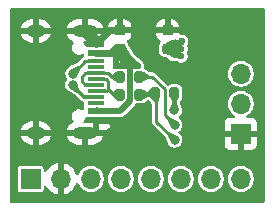
<source format=gbl>
G04 #@! TF.GenerationSoftware,KiCad,Pcbnew,9.0.3*
G04 #@! TF.CreationDate,2025-08-03T15:19:36-04:00*
G04 #@! TF.ProjectId,CH32V003J4M6,43483332-5630-4303-934a-344d362e6b69,rev?*
G04 #@! TF.SameCoordinates,Original*
G04 #@! TF.FileFunction,Copper,L2,Bot*
G04 #@! TF.FilePolarity,Positive*
%FSLAX46Y46*%
G04 Gerber Fmt 4.6, Leading zero omitted, Abs format (unit mm)*
G04 Created by KiCad (PCBNEW 9.0.3) date 2025-08-03 15:19:36*
%MOMM*%
%LPD*%
G01*
G04 APERTURE LIST*
G04 Aperture macros list*
%AMRoundRect*
0 Rectangle with rounded corners*
0 $1 Rounding radius*
0 $2 $3 $4 $5 $6 $7 $8 $9 X,Y pos of 4 corners*
0 Add a 4 corners polygon primitive as box body*
4,1,4,$2,$3,$4,$5,$6,$7,$8,$9,$2,$3,0*
0 Add four circle primitives for the rounded corners*
1,1,$1+$1,$2,$3*
1,1,$1+$1,$4,$5*
1,1,$1+$1,$6,$7*
1,1,$1+$1,$8,$9*
0 Add four rect primitives between the rounded corners*
20,1,$1+$1,$2,$3,$4,$5,0*
20,1,$1+$1,$4,$5,$6,$7,0*
20,1,$1+$1,$6,$7,$8,$9,0*
20,1,$1+$1,$8,$9,$2,$3,0*%
G04 Aperture macros list end*
G04 #@! TA.AperFunction,ComponentPad*
%ADD10R,1.700000X1.700000*%
G04 #@! TD*
G04 #@! TA.AperFunction,ComponentPad*
%ADD11O,1.700000X1.700000*%
G04 #@! TD*
G04 #@! TA.AperFunction,SMDPad,CuDef*
%ADD12RoundRect,0.200000X-0.200000X-0.275000X0.200000X-0.275000X0.200000X0.275000X-0.200000X0.275000X0*%
G04 #@! TD*
G04 #@! TA.AperFunction,SMDPad,CuDef*
%ADD13RoundRect,0.225000X-0.250000X0.225000X-0.250000X-0.225000X0.250000X-0.225000X0.250000X0.225000X0*%
G04 #@! TD*
G04 #@! TA.AperFunction,SMDPad,CuDef*
%ADD14R,1.450000X0.600000*%
G04 #@! TD*
G04 #@! TA.AperFunction,SMDPad,CuDef*
%ADD15R,1.450000X0.300000*%
G04 #@! TD*
G04 #@! TA.AperFunction,ComponentPad*
%ADD16O,1.600000X1.000000*%
G04 #@! TD*
G04 #@! TA.AperFunction,ComponentPad*
%ADD17O,2.100000X1.000000*%
G04 #@! TD*
G04 #@! TA.AperFunction,ViaPad*
%ADD18C,0.600000*%
G04 #@! TD*
G04 #@! TA.AperFunction,ViaPad*
%ADD19C,0.800000*%
G04 #@! TD*
G04 #@! TA.AperFunction,Conductor*
%ADD20C,0.600000*%
G04 #@! TD*
G04 #@! TA.AperFunction,Conductor*
%ADD21C,1.000000*%
G04 #@! TD*
G04 #@! TA.AperFunction,Conductor*
%ADD22C,0.250000*%
G04 #@! TD*
G04 #@! TA.AperFunction,Conductor*
%ADD23C,0.550000*%
G04 #@! TD*
G04 #@! TA.AperFunction,Conductor*
%ADD24C,0.500000*%
G04 #@! TD*
G04 APERTURE END LIST*
D10*
X160528000Y-106665000D03*
D11*
X160528000Y-104125000D03*
X160528000Y-101585000D03*
D10*
X142748000Y-110490000D03*
D11*
X145288000Y-110490000D03*
X147828000Y-110490000D03*
X150368000Y-110490000D03*
X152908000Y-110490000D03*
X155448000Y-110490000D03*
X157988000Y-110490000D03*
X160528000Y-110490000D03*
D12*
X150300000Y-101850000D03*
X151950000Y-101850000D03*
D13*
X150300000Y-97925000D03*
X150300000Y-99475000D03*
D14*
X148265000Y-105539966D03*
X148265000Y-104739966D03*
D15*
X148265000Y-103539966D03*
X148265000Y-102539966D03*
X148265000Y-102039966D03*
X148265000Y-101039966D03*
D14*
X148265000Y-99839966D03*
X148265000Y-99039966D03*
X148265000Y-99039966D03*
X148265000Y-99839966D03*
D15*
X148265000Y-100539966D03*
X148265000Y-101539966D03*
X148265000Y-103039966D03*
X148265000Y-104039966D03*
D14*
X148265000Y-104739966D03*
X148265000Y-105539966D03*
D16*
X143170000Y-106609966D03*
D17*
X147350000Y-106609966D03*
D16*
X143170000Y-97969966D03*
D17*
X147350000Y-97969966D03*
D12*
X150305000Y-103350000D03*
X151955000Y-103350000D03*
X153275000Y-103200000D03*
X154925000Y-103200000D03*
D13*
X154350000Y-97925000D03*
X154350000Y-99475000D03*
D18*
X149606000Y-105664000D03*
D19*
X144554521Y-102109127D03*
X154940000Y-107188000D03*
X154940000Y-105918000D03*
X154900000Y-104700000D03*
X146294640Y-102503437D03*
X146327000Y-101577000D03*
D18*
X155500000Y-99475000D03*
X155550000Y-98850000D03*
X155500000Y-100100000D03*
X150800000Y-100900000D03*
X150002000Y-100948000D03*
X151830429Y-100948000D03*
D20*
X149606000Y-105664000D02*
X149481966Y-105539966D01*
X148265000Y-99039966D02*
X148265000Y-99035000D01*
X149379966Y-97925000D02*
X148265000Y-99039966D01*
X148265000Y-99035000D02*
X148450000Y-98850000D01*
X150300000Y-97925000D02*
X149379966Y-97925000D01*
X149481966Y-105539966D02*
X148265000Y-105539966D01*
D21*
X148230034Y-98850000D02*
X147350000Y-97969966D01*
D22*
X153400000Y-105648000D02*
X153400000Y-103325000D01*
X154940000Y-107188000D02*
X153400000Y-105648000D01*
X153400000Y-103325000D02*
X153375000Y-103350000D01*
X153375000Y-103350000D02*
X151955000Y-103350000D01*
X154100000Y-105078000D02*
X154100000Y-102900000D01*
X154940000Y-105918000D02*
X154100000Y-105078000D01*
X153050000Y-101850000D02*
X151950000Y-101850000D01*
X154100000Y-102900000D02*
X153050000Y-101850000D01*
X154925000Y-104675000D02*
X154900000Y-104700000D01*
X154925000Y-103200000D02*
X154925000Y-104675000D01*
X147227966Y-103539966D02*
X148366518Y-103539966D01*
X146266046Y-102532031D02*
X146266046Y-102578046D01*
X146294640Y-102503437D02*
X146266046Y-102532031D01*
X146266046Y-102578046D02*
X147227966Y-103539966D01*
X147363000Y-101539966D02*
X147066000Y-101836966D01*
X148265000Y-101539966D02*
X147363000Y-101539966D01*
X147066000Y-101836966D02*
X147066000Y-102242966D01*
X150300000Y-101850000D02*
X149600000Y-101850000D01*
X147066000Y-102242966D02*
X147363000Y-102539966D01*
X149600000Y-101850000D02*
X149289966Y-101539966D01*
X147363000Y-102539966D02*
X148265000Y-102539966D01*
X149289966Y-101539966D02*
X148366518Y-101539966D01*
X149167000Y-102039966D02*
X149300000Y-102172966D01*
X149762000Y-103350000D02*
X149606000Y-103194000D01*
X150305000Y-103350000D02*
X149762000Y-103350000D01*
X148265000Y-102039966D02*
X149167000Y-102039966D01*
X149606000Y-103194000D02*
X149594000Y-103194000D01*
X149182034Y-103039966D02*
X148265000Y-103039966D01*
X149300000Y-102172966D02*
X149300000Y-102900000D01*
X149594000Y-103194000D02*
X149300000Y-102900000D01*
X146327000Y-101577000D02*
X147364034Y-100539966D01*
X147364034Y-100539966D02*
X148366518Y-100539966D01*
D23*
X155450000Y-98950000D02*
X155550000Y-98850000D01*
X154350000Y-99475000D02*
X154350000Y-99500000D01*
X154350000Y-99500000D02*
X154850000Y-100000000D01*
X154350000Y-99350000D02*
X154750000Y-98950000D01*
X155500000Y-99475000D02*
X154350000Y-99475000D01*
X154750000Y-98950000D02*
X155450000Y-98950000D01*
X154850000Y-100000000D02*
X155400000Y-100000000D01*
X154350000Y-99475000D02*
X154350000Y-99350000D01*
X155400000Y-100000000D02*
X155500000Y-100100000D01*
D24*
X148415681Y-104739129D02*
X148366518Y-104689966D01*
D23*
X150276871Y-104739129D02*
X148415681Y-104739129D01*
X151657429Y-100775000D02*
X151830429Y-100948000D01*
X151130000Y-103886000D02*
X150276871Y-104739129D01*
X150002000Y-100948000D02*
X151830429Y-100948000D01*
X150000000Y-100946000D02*
X150000000Y-99775000D01*
X150500000Y-100450000D02*
X150500000Y-100046556D01*
X150000000Y-99775000D02*
X150300000Y-99475000D01*
X151130444Y-100305444D02*
X151130444Y-103825556D01*
X150500000Y-100046556D02*
X150300000Y-99846556D01*
X151130444Y-103825556D02*
X151100000Y-103856000D01*
D20*
X149935034Y-99839966D02*
X148265000Y-99839966D01*
D23*
X150002000Y-100948000D02*
X150000000Y-100946000D01*
X151100000Y-103856000D02*
X151130000Y-103886000D01*
X150800000Y-100900000D02*
X150800000Y-100750000D01*
X150300000Y-99475000D02*
X151130444Y-100305444D01*
D20*
X150300000Y-99475000D02*
X149935034Y-99839966D01*
D23*
X151475000Y-100775000D02*
X151657429Y-100775000D01*
X151300000Y-100950000D02*
X151475000Y-100775000D01*
X150002000Y-100948000D02*
X150004000Y-100950000D01*
X151830429Y-100948000D02*
X151773000Y-100948000D01*
X150004000Y-100950000D02*
X151300000Y-100950000D01*
X150800000Y-100750000D02*
X150500000Y-100450000D01*
X151773000Y-100948000D02*
X150300000Y-99475000D01*
X150300000Y-99846556D02*
X150300000Y-99475000D01*
G04 #@! TA.AperFunction,Conductor*
G36*
X146804599Y-100934098D02*
G01*
X146969901Y-101099400D01*
X146973328Y-101107673D01*
X146972276Y-101112522D01*
X146665277Y-101786733D01*
X146658730Y-101792842D01*
X146649780Y-101792532D01*
X146648153Y-101791628D01*
X146328256Y-101579011D01*
X146324988Y-101575743D01*
X146112371Y-101255846D01*
X146110645Y-101247059D01*
X146115639Y-101239626D01*
X146117256Y-101238727D01*
X146791478Y-100931722D01*
X146800427Y-100931413D01*
X146804599Y-100934098D01*
G37*
G04 #@! TD.AperFunction*
G04 #@! TA.AperFunction,Conductor*
G36*
X153283628Y-103206931D02*
G01*
X153284124Y-103207360D01*
X153424909Y-103336349D01*
X153654599Y-103546794D01*
X153658384Y-103554909D01*
X153658025Y-103558337D01*
X153527261Y-104066217D01*
X153521880Y-104073375D01*
X153515931Y-104075000D01*
X153280876Y-104075000D01*
X153272603Y-104071573D01*
X153271491Y-104070287D01*
X153268461Y-104066217D01*
X152939031Y-103623744D01*
X152936840Y-103615064D01*
X152939360Y-103609353D01*
X153267165Y-103208577D01*
X153275054Y-103204345D01*
X153283628Y-103206931D01*
G37*
G04 #@! TD.AperFunction*
G04 #@! TA.AperFunction,Conductor*
G36*
X154475520Y-106542722D02*
G01*
X155149733Y-106849722D01*
X155155842Y-106856269D01*
X155155532Y-106865219D01*
X155154628Y-106866846D01*
X154942011Y-107186743D01*
X154938743Y-107190011D01*
X154618846Y-107402628D01*
X154610059Y-107404354D01*
X154602626Y-107399360D01*
X154601722Y-107397733D01*
X154294723Y-106723522D01*
X154294413Y-106714572D01*
X154297096Y-106710402D01*
X154462401Y-106545097D01*
X154470673Y-106541671D01*
X154475520Y-106542722D01*
G37*
G04 #@! TD.AperFunction*
G04 #@! TA.AperFunction,Conductor*
G36*
X152310773Y-101455149D02*
G01*
X152314390Y-101457371D01*
X152744426Y-101721575D01*
X152749680Y-101728825D01*
X152750000Y-101731543D01*
X152750000Y-101968456D01*
X152746573Y-101976729D01*
X152744425Y-101978425D01*
X152310773Y-102244850D01*
X152301930Y-102246261D01*
X152295880Y-102242628D01*
X151955844Y-101857747D01*
X151952934Y-101849278D01*
X151955844Y-101842253D01*
X152295881Y-101457370D01*
X152303926Y-101453440D01*
X152310773Y-101455149D01*
G37*
G04 #@! TD.AperFunction*
G04 #@! TA.AperFunction,Conductor*
G36*
X150034495Y-102900254D02*
G01*
X150034685Y-102900559D01*
X150300500Y-103342060D01*
X150301832Y-103350915D01*
X150297917Y-103357125D01*
X149922684Y-103666309D01*
X149914120Y-103668925D01*
X149907037Y-103665618D01*
X149593556Y-103357125D01*
X149526016Y-103290659D01*
X149522524Y-103282416D01*
X149525884Y-103274116D01*
X149693510Y-103106490D01*
X149695433Y-103104938D01*
X150018324Y-102896760D01*
X150027132Y-102895158D01*
X150034495Y-102900254D01*
G37*
G04 #@! TD.AperFunction*
G04 #@! TA.AperFunction,Conductor*
G36*
X154830529Y-99261519D02*
G01*
X155127194Y-99722106D01*
X155129058Y-99728442D01*
X155129058Y-100258013D01*
X155125631Y-100266286D01*
X155117358Y-100269713D01*
X155113187Y-100268944D01*
X154221881Y-99928895D01*
X154215373Y-99922745D01*
X154214861Y-99914549D01*
X154271656Y-99728442D01*
X154347479Y-99479982D01*
X154353171Y-99473071D01*
X154353703Y-99472805D01*
X154677265Y-99321856D01*
X154815747Y-99257252D01*
X154824693Y-99256860D01*
X154830529Y-99261519D01*
G37*
G04 #@! TD.AperFunction*
G04 #@! TA.AperFunction,Conductor*
G36*
X150775239Y-99317139D02*
G01*
X150779923Y-99321349D01*
X151166993Y-99930287D01*
X151201733Y-99984939D01*
X151203279Y-99993759D01*
X151200132Y-99999488D01*
X150824551Y-100375069D01*
X150816278Y-100378496D01*
X150809911Y-100376612D01*
X150121756Y-99930287D01*
X150116680Y-99922910D01*
X150117304Y-99916017D01*
X150297265Y-99479214D01*
X150303584Y-99472872D01*
X150304316Y-99472596D01*
X150766307Y-99316540D01*
X150775239Y-99317139D01*
G37*
G04 #@! TD.AperFunction*
G04 #@! TA.AperFunction,Conductor*
G36*
X155049887Y-103911113D02*
G01*
X155052694Y-103915627D01*
X155288039Y-104609362D01*
X155287451Y-104618298D01*
X155280718Y-104624201D01*
X155279270Y-104624591D01*
X154902311Y-104700534D01*
X154897689Y-104700534D01*
X154521566Y-104624760D01*
X154514133Y-104619766D01*
X154512407Y-104610979D01*
X154513049Y-104608859D01*
X154797025Y-103914955D01*
X154803330Y-103908596D01*
X154807853Y-103907686D01*
X155041614Y-103907686D01*
X155049887Y-103911113D01*
G37*
G04 #@! TD.AperFunction*
G04 #@! TA.AperFunction,Conductor*
G36*
X146685694Y-102429141D02*
G01*
X146690250Y-102435086D01*
X146889331Y-103020007D01*
X146888753Y-103028943D01*
X146886528Y-103032050D01*
X146721224Y-103197354D01*
X146712951Y-103200781D01*
X146707140Y-103199236D01*
X146083269Y-102842237D01*
X146077790Y-102835154D01*
X146078925Y-102826271D01*
X146079324Y-102825624D01*
X146291234Y-102506790D01*
X146298662Y-102501799D01*
X146676915Y-102427376D01*
X146685694Y-102429141D01*
G37*
G04 #@! TD.AperFunction*
G04 #@! TA.AperFunction,Conductor*
G36*
X149130224Y-102913336D02*
G01*
X149137821Y-102918077D01*
X149140000Y-102924877D01*
X149140000Y-103155054D01*
X149136573Y-103163327D01*
X149130223Y-103166595D01*
X148992152Y-103189607D01*
X148987862Y-103189524D01*
X148560082Y-103101140D01*
X148319455Y-103051423D01*
X148312047Y-103046394D01*
X148310365Y-103037599D01*
X148315395Y-103030190D01*
X148319455Y-103028508D01*
X148987865Y-102890406D01*
X148992148Y-102890324D01*
X149130224Y-102913336D01*
G37*
G04 #@! TD.AperFunction*
G04 #@! TA.AperFunction,Conductor*
G36*
X155069236Y-98681539D02*
G01*
X155075496Y-98687942D01*
X155076337Y-98692297D01*
X155076337Y-99222018D01*
X155074912Y-99227615D01*
X154830161Y-99676923D01*
X154823194Y-99682549D01*
X154815137Y-99682019D01*
X154353776Y-99477121D01*
X154347606Y-99470631D01*
X154347392Y-99470026D01*
X154206915Y-99035389D01*
X154207631Y-99026465D01*
X154213690Y-99020936D01*
X155060282Y-98681438D01*
X155069236Y-98681539D01*
G37*
G04 #@! TD.AperFunction*
G04 #@! TA.AperFunction,Conductor*
G36*
X152315773Y-102955149D02*
G01*
X152319390Y-102957371D01*
X152749426Y-103221575D01*
X152754680Y-103228825D01*
X152755000Y-103231543D01*
X152755000Y-103468456D01*
X152751573Y-103476729D01*
X152749425Y-103478425D01*
X152315773Y-103744850D01*
X152306930Y-103746261D01*
X152300880Y-103742628D01*
X151960844Y-103357747D01*
X151957934Y-103349278D01*
X151960844Y-103342253D01*
X152300881Y-102957370D01*
X152308926Y-102953440D01*
X152315773Y-102955149D01*
G37*
G04 #@! TD.AperFunction*
G04 #@! TA.AperFunction,Conductor*
G36*
X154932902Y-103206240D02*
G01*
X155195197Y-103446558D01*
X155303287Y-103545592D01*
X155307072Y-103553708D01*
X155305863Y-103559420D01*
X155053225Y-104068501D01*
X155046478Y-104074388D01*
X155042745Y-104075000D01*
X154807255Y-104075000D01*
X154798982Y-104071573D01*
X154796775Y-104068501D01*
X154544136Y-103559420D01*
X154543528Y-103550486D01*
X154546711Y-103545593D01*
X154917097Y-103206240D01*
X154925511Y-103203179D01*
X154932902Y-103206240D01*
G37*
G04 #@! TD.AperFunction*
G04 #@! TA.AperFunction,Conductor*
G36*
X147542134Y-100390406D02*
G01*
X148144643Y-100514892D01*
X148210543Y-100528508D01*
X148217952Y-100533538D01*
X148219634Y-100542333D01*
X148214604Y-100549742D01*
X148210543Y-100551424D01*
X147542137Y-100689524D01*
X147537847Y-100689607D01*
X147399777Y-100666595D01*
X147392179Y-100661854D01*
X147390000Y-100655054D01*
X147390000Y-100424877D01*
X147393427Y-100416604D01*
X147399775Y-100413336D01*
X147537851Y-100390324D01*
X147542134Y-100390406D01*
G37*
G04 #@! TD.AperFunction*
G04 #@! TA.AperFunction,Conductor*
G36*
X150306070Y-99474691D02*
G01*
X150764625Y-99526960D01*
X150772457Y-99531302D01*
X150775000Y-99538585D01*
X150775000Y-100312950D01*
X150771573Y-100321223D01*
X150763300Y-100324650D01*
X150231272Y-100324650D01*
X150222999Y-100321223D01*
X150221528Y-100319427D01*
X149940201Y-99896191D01*
X149938475Y-99887404D01*
X149941158Y-99881991D01*
X150295963Y-99478589D01*
X150303999Y-99474641D01*
X150306070Y-99474691D01*
G37*
G04 #@! TD.AperFunction*
G04 #@! TA.AperFunction,Conductor*
G36*
X147542134Y-101390406D02*
G01*
X148144643Y-101514892D01*
X148210543Y-101528508D01*
X148217952Y-101533538D01*
X148219634Y-101542333D01*
X148214604Y-101549742D01*
X148210543Y-101551424D01*
X147542137Y-101689524D01*
X147537847Y-101689607D01*
X147399777Y-101666595D01*
X147392179Y-101661854D01*
X147390000Y-101655054D01*
X147390000Y-101424877D01*
X147393427Y-101416604D01*
X147399775Y-101413336D01*
X147537851Y-101390324D01*
X147542134Y-101390406D01*
G37*
G04 #@! TD.AperFunction*
G04 #@! TA.AperFunction,Conductor*
G36*
X147542134Y-102390406D02*
G01*
X148144643Y-102514892D01*
X148210543Y-102528508D01*
X148217952Y-102533538D01*
X148219634Y-102542333D01*
X148214604Y-102549742D01*
X148210543Y-102551424D01*
X147542137Y-102689524D01*
X147537847Y-102689607D01*
X147399777Y-102666595D01*
X147392179Y-102661854D01*
X147390000Y-102655054D01*
X147390000Y-102424877D01*
X147393427Y-102416604D01*
X147399775Y-102413336D01*
X147537851Y-102390324D01*
X147542134Y-102390406D01*
G37*
G04 #@! TD.AperFunction*
G04 #@! TA.AperFunction,Conductor*
G36*
X150775239Y-99317139D02*
G01*
X150779923Y-99321349D01*
X151166993Y-99930287D01*
X151201733Y-99984939D01*
X151203279Y-99993759D01*
X151200132Y-99999488D01*
X150824551Y-100375069D01*
X150816278Y-100378496D01*
X150809911Y-100376612D01*
X150121756Y-99930287D01*
X150116680Y-99922910D01*
X150117304Y-99916017D01*
X150297265Y-99479214D01*
X150303584Y-99472872D01*
X150304316Y-99472596D01*
X150766307Y-99316540D01*
X150775239Y-99317139D01*
G37*
G04 #@! TD.AperFunction*
G04 #@! TA.AperFunction,Conductor*
G36*
X154475520Y-105272722D02*
G01*
X155149733Y-105579722D01*
X155155842Y-105586269D01*
X155155532Y-105595219D01*
X155154628Y-105596846D01*
X154942011Y-105916743D01*
X154938743Y-105920011D01*
X154618846Y-106132628D01*
X154610059Y-106134354D01*
X154602626Y-106129360D01*
X154601722Y-106127733D01*
X154294723Y-105453522D01*
X154294413Y-105444572D01*
X154297096Y-105440402D01*
X154462401Y-105275097D01*
X154470673Y-105271671D01*
X154475520Y-105272722D01*
G37*
G04 #@! TD.AperFunction*
G04 #@! TA.AperFunction,Conductor*
G36*
X149965704Y-101442267D02*
G01*
X150293913Y-101842424D01*
X150296510Y-101850994D01*
X150293055Y-101858202D01*
X149933085Y-102210833D01*
X149924777Y-102214174D01*
X149918051Y-102211963D01*
X149916485Y-102210833D01*
X149452045Y-101875718D01*
X149447342Y-101868099D01*
X149449404Y-101859385D01*
X149450613Y-101857964D01*
X149617108Y-101691469D01*
X149618317Y-101690417D01*
X149949610Y-101440348D01*
X149958277Y-101438100D01*
X149965704Y-101442267D01*
G37*
G04 #@! TD.AperFunction*
G04 #@! TA.AperFunction,Conductor*
G36*
X154693597Y-99044135D02*
G01*
X155266331Y-99197676D01*
X155273433Y-99203127D01*
X155275000Y-99208976D01*
X155275000Y-99741023D01*
X155271573Y-99749296D01*
X155266330Y-99752324D01*
X154693598Y-99905863D01*
X154684719Y-99904695D01*
X154681337Y-99901751D01*
X154508259Y-99679504D01*
X154354597Y-99482188D01*
X154352218Y-99473556D01*
X154354597Y-99467812D01*
X154681337Y-99048247D01*
X154689124Y-99043826D01*
X154693597Y-99044135D01*
G37*
G04 #@! TD.AperFunction*
G04 #@! TA.AperFunction,Conductor*
G36*
X149130224Y-101913336D02*
G01*
X149137821Y-101918077D01*
X149140000Y-101924877D01*
X149140000Y-102155054D01*
X149136573Y-102163327D01*
X149130223Y-102166595D01*
X148992152Y-102189607D01*
X148987862Y-102189524D01*
X148560082Y-102101140D01*
X148319455Y-102051423D01*
X148312047Y-102046394D01*
X148310365Y-102037599D01*
X148315395Y-102030190D01*
X148319455Y-102028508D01*
X148987865Y-101890406D01*
X148992148Y-101890324D01*
X149130224Y-101913336D01*
G37*
G04 #@! TD.AperFunction*
G04 #@! TA.AperFunction,Conductor*
G36*
X152894427Y-102872530D02*
G01*
X153268469Y-103193537D01*
X153272515Y-103201526D01*
X153270852Y-103208485D01*
X153002398Y-103650987D01*
X152995177Y-103656282D01*
X152988506Y-103655953D01*
X152482811Y-103477752D01*
X152476148Y-103471770D01*
X152475000Y-103466717D01*
X152475000Y-103230321D01*
X152478427Y-103222048D01*
X152479010Y-103221503D01*
X152503668Y-103200000D01*
X152879120Y-102872589D01*
X152887605Y-102869736D01*
X152894427Y-102872530D01*
G37*
G04 #@! TD.AperFunction*
G04 #@! TA.AperFunction,Conductor*
G36*
X150302436Y-99477424D02*
G01*
X150303515Y-99478664D01*
X150622830Y-99902299D01*
X150625073Y-99910968D01*
X150622734Y-99916510D01*
X150413117Y-100186895D01*
X150284071Y-100353354D01*
X150278513Y-100360523D01*
X150270736Y-100364961D01*
X150269266Y-100365054D01*
X149738087Y-100365054D01*
X149729814Y-100361627D01*
X149726387Y-100353354D01*
X149726460Y-100352048D01*
X149776163Y-99909442D01*
X149823834Y-99484916D01*
X149828163Y-99477078D01*
X149835447Y-99474523D01*
X150294160Y-99474006D01*
X150302436Y-99477424D01*
G37*
G04 #@! TD.AperFunction*
G04 #@! TA.AperFunction,Conductor*
G36*
X147542134Y-103390406D02*
G01*
X148144643Y-103514892D01*
X148210543Y-103528508D01*
X148217952Y-103533538D01*
X148219634Y-103542333D01*
X148214604Y-103549742D01*
X148210543Y-103551424D01*
X147542137Y-103689524D01*
X147537847Y-103689607D01*
X147399777Y-103666595D01*
X147392179Y-103661854D01*
X147390000Y-103655054D01*
X147390000Y-103424877D01*
X147393427Y-103416604D01*
X147399775Y-103413336D01*
X147537851Y-103390324D01*
X147542134Y-103390406D01*
G37*
G04 #@! TD.AperFunction*
G04 #@! TA.AperFunction,Conductor*
G36*
X149130224Y-101413336D02*
G01*
X149137821Y-101418077D01*
X149140000Y-101424877D01*
X149140000Y-101655054D01*
X149136573Y-101663327D01*
X149130223Y-101666595D01*
X148992152Y-101689607D01*
X148987862Y-101689524D01*
X148560082Y-101601140D01*
X148319455Y-101551423D01*
X148312047Y-101546394D01*
X148310365Y-101537599D01*
X148315395Y-101530190D01*
X148319455Y-101528508D01*
X148987865Y-101390406D01*
X148992148Y-101390324D01*
X149130224Y-101413336D01*
G37*
G04 #@! TD.AperFunction*
G04 #@! TA.AperFunction,Conductor*
G36*
X149846221Y-99185202D02*
G01*
X150296797Y-99472322D01*
X150301932Y-99479658D01*
X150301980Y-99479887D01*
X150389036Y-99913773D01*
X150387304Y-99922559D01*
X150380114Y-99927494D01*
X149442366Y-100136785D01*
X149433545Y-100135243D01*
X149428398Y-100127915D01*
X149428117Y-100125366D01*
X149428117Y-99545274D01*
X149431544Y-99537001D01*
X149432111Y-99536470D01*
X149832228Y-99186264D01*
X149840710Y-99183395D01*
X149846221Y-99185202D01*
G37*
G04 #@! TD.AperFunction*
G04 #@! TA.AperFunction,Conductor*
G36*
X148208039Y-98809651D02*
G01*
X148253794Y-98862455D01*
X148265000Y-98913966D01*
X148265000Y-99039966D01*
X148391000Y-99039966D01*
X148399685Y-99042516D01*
X148408647Y-99041228D01*
X148432687Y-99052206D01*
X148458039Y-99059651D01*
X148463966Y-99066491D01*
X148472203Y-99070253D01*
X148486492Y-99092487D01*
X148503794Y-99112455D01*
X148506081Y-99122969D01*
X148509977Y-99129031D01*
X148515000Y-99163966D01*
X148515000Y-99165466D01*
X148495315Y-99232505D01*
X148442511Y-99278260D01*
X148391000Y-99289466D01*
X147514336Y-99289466D01*
X147504158Y-99289966D01*
X147481476Y-99289966D01*
X147414437Y-99270281D01*
X147368682Y-99217477D01*
X147361703Y-99198066D01*
X147356281Y-99177831D01*
X147280515Y-99046601D01*
X147235561Y-99001647D01*
X147202076Y-98940324D01*
X147207060Y-98870632D01*
X147248932Y-98814699D01*
X147314396Y-98790282D01*
X147323242Y-98789966D01*
X148141000Y-98789966D01*
X148208039Y-98809651D01*
G37*
G04 #@! TD.AperFunction*
G04 #@! TA.AperFunction,Conductor*
G36*
X162492539Y-96042185D02*
G01*
X162538294Y-96094989D01*
X162549500Y-96146500D01*
X162549500Y-112387500D01*
X162529815Y-112454539D01*
X162477011Y-112500294D01*
X162425500Y-112511500D01*
X141104500Y-112511500D01*
X141037461Y-112491815D01*
X140991706Y-112439011D01*
X140980500Y-112387500D01*
X140980500Y-109615321D01*
X141647500Y-109615321D01*
X141647500Y-111364678D01*
X141662032Y-111437735D01*
X141662033Y-111437739D01*
X141662034Y-111437740D01*
X141717399Y-111520601D01*
X141800260Y-111575966D01*
X141800264Y-111575967D01*
X141873321Y-111590499D01*
X141873324Y-111590500D01*
X141873326Y-111590500D01*
X143622676Y-111590500D01*
X143622677Y-111590499D01*
X143695740Y-111575966D01*
X143778601Y-111520601D01*
X143833966Y-111437740D01*
X143848500Y-111364674D01*
X143848500Y-111154949D01*
X143868185Y-111087910D01*
X143920989Y-111042155D01*
X143990147Y-111032211D01*
X144053703Y-111061236D01*
X144082985Y-111098654D01*
X144133379Y-111197557D01*
X144258272Y-111369459D01*
X144258276Y-111369464D01*
X144408535Y-111519723D01*
X144408540Y-111519727D01*
X144580442Y-111644620D01*
X144769782Y-111741095D01*
X144971871Y-111806757D01*
X145038000Y-111817231D01*
X145038000Y-110923012D01*
X145095007Y-110955925D01*
X145222174Y-110990000D01*
X145353826Y-110990000D01*
X145480993Y-110955925D01*
X145538000Y-110923012D01*
X145538000Y-111817230D01*
X145604126Y-111806757D01*
X145604129Y-111806757D01*
X145806217Y-111741095D01*
X145995557Y-111644620D01*
X146167459Y-111519727D01*
X146167464Y-111519723D01*
X146317723Y-111369464D01*
X146317727Y-111369459D01*
X146442620Y-111197557D01*
X146539096Y-111008215D01*
X146571239Y-110909288D01*
X146610676Y-110851612D01*
X146675034Y-110824413D01*
X146743880Y-110836327D01*
X146795357Y-110883571D01*
X146807100Y-110909284D01*
X146808127Y-110912446D01*
X146808128Y-110912447D01*
X146886768Y-111066788D01*
X146988586Y-111206928D01*
X147111072Y-111329414D01*
X147251212Y-111431232D01*
X147405555Y-111509873D01*
X147570299Y-111563402D01*
X147741389Y-111590500D01*
X147741390Y-111590500D01*
X147914610Y-111590500D01*
X147914611Y-111590500D01*
X148085701Y-111563402D01*
X148250445Y-111509873D01*
X148404788Y-111431232D01*
X148544928Y-111329414D01*
X148667414Y-111206928D01*
X148769232Y-111066788D01*
X148847873Y-110912445D01*
X148901402Y-110747701D01*
X148928500Y-110576611D01*
X148928500Y-110403389D01*
X149267500Y-110403389D01*
X149267500Y-110576611D01*
X149294598Y-110747701D01*
X149348127Y-110912445D01*
X149426768Y-111066788D01*
X149528586Y-111206928D01*
X149651072Y-111329414D01*
X149791212Y-111431232D01*
X149945555Y-111509873D01*
X150110299Y-111563402D01*
X150281389Y-111590500D01*
X150281390Y-111590500D01*
X150454610Y-111590500D01*
X150454611Y-111590500D01*
X150625701Y-111563402D01*
X150790445Y-111509873D01*
X150944788Y-111431232D01*
X151084928Y-111329414D01*
X151207414Y-111206928D01*
X151309232Y-111066788D01*
X151387873Y-110912445D01*
X151441402Y-110747701D01*
X151468500Y-110576611D01*
X151468500Y-110403389D01*
X151807500Y-110403389D01*
X151807500Y-110576611D01*
X151834598Y-110747701D01*
X151888127Y-110912445D01*
X151966768Y-111066788D01*
X152068586Y-111206928D01*
X152191072Y-111329414D01*
X152331212Y-111431232D01*
X152485555Y-111509873D01*
X152650299Y-111563402D01*
X152821389Y-111590500D01*
X152821390Y-111590500D01*
X152994610Y-111590500D01*
X152994611Y-111590500D01*
X153165701Y-111563402D01*
X153330445Y-111509873D01*
X153484788Y-111431232D01*
X153624928Y-111329414D01*
X153747414Y-111206928D01*
X153849232Y-111066788D01*
X153927873Y-110912445D01*
X153981402Y-110747701D01*
X154008500Y-110576611D01*
X154008500Y-110403389D01*
X154347500Y-110403389D01*
X154347500Y-110576611D01*
X154374598Y-110747701D01*
X154428127Y-110912445D01*
X154506768Y-111066788D01*
X154608586Y-111206928D01*
X154731072Y-111329414D01*
X154871212Y-111431232D01*
X155025555Y-111509873D01*
X155190299Y-111563402D01*
X155361389Y-111590500D01*
X155361390Y-111590500D01*
X155534610Y-111590500D01*
X155534611Y-111590500D01*
X155705701Y-111563402D01*
X155870445Y-111509873D01*
X156024788Y-111431232D01*
X156164928Y-111329414D01*
X156287414Y-111206928D01*
X156389232Y-111066788D01*
X156467873Y-110912445D01*
X156521402Y-110747701D01*
X156548500Y-110576611D01*
X156548500Y-110403389D01*
X156887500Y-110403389D01*
X156887500Y-110576611D01*
X156914598Y-110747701D01*
X156968127Y-110912445D01*
X157046768Y-111066788D01*
X157148586Y-111206928D01*
X157271072Y-111329414D01*
X157411212Y-111431232D01*
X157565555Y-111509873D01*
X157730299Y-111563402D01*
X157901389Y-111590500D01*
X157901390Y-111590500D01*
X158074610Y-111590500D01*
X158074611Y-111590500D01*
X158245701Y-111563402D01*
X158410445Y-111509873D01*
X158564788Y-111431232D01*
X158704928Y-111329414D01*
X158827414Y-111206928D01*
X158929232Y-111066788D01*
X159007873Y-110912445D01*
X159061402Y-110747701D01*
X159088500Y-110576611D01*
X159088500Y-110403389D01*
X159427500Y-110403389D01*
X159427500Y-110576611D01*
X159454598Y-110747701D01*
X159508127Y-110912445D01*
X159586768Y-111066788D01*
X159688586Y-111206928D01*
X159811072Y-111329414D01*
X159951212Y-111431232D01*
X160105555Y-111509873D01*
X160270299Y-111563402D01*
X160441389Y-111590500D01*
X160441390Y-111590500D01*
X160614610Y-111590500D01*
X160614611Y-111590500D01*
X160785701Y-111563402D01*
X160950445Y-111509873D01*
X161104788Y-111431232D01*
X161244928Y-111329414D01*
X161367414Y-111206928D01*
X161469232Y-111066788D01*
X161547873Y-110912445D01*
X161601402Y-110747701D01*
X161628500Y-110576611D01*
X161628500Y-110403389D01*
X161601402Y-110232299D01*
X161547873Y-110067555D01*
X161469232Y-109913212D01*
X161367414Y-109773072D01*
X161244928Y-109650586D01*
X161104788Y-109548768D01*
X160950445Y-109470127D01*
X160785701Y-109416598D01*
X160785699Y-109416597D01*
X160785698Y-109416597D01*
X160654271Y-109395781D01*
X160614611Y-109389500D01*
X160441389Y-109389500D01*
X160401728Y-109395781D01*
X160270302Y-109416597D01*
X160105552Y-109470128D01*
X159951211Y-109548768D01*
X159871256Y-109606859D01*
X159811072Y-109650586D01*
X159811070Y-109650588D01*
X159811069Y-109650588D01*
X159688588Y-109773069D01*
X159688588Y-109773070D01*
X159688586Y-109773072D01*
X159650822Y-109825050D01*
X159586768Y-109913211D01*
X159508128Y-110067552D01*
X159454597Y-110232302D01*
X159444349Y-110297007D01*
X159427500Y-110403389D01*
X159088500Y-110403389D01*
X159061402Y-110232299D01*
X159007873Y-110067555D01*
X158929232Y-109913212D01*
X158827414Y-109773072D01*
X158704928Y-109650586D01*
X158564788Y-109548768D01*
X158410445Y-109470127D01*
X158245701Y-109416598D01*
X158245699Y-109416597D01*
X158245698Y-109416597D01*
X158114271Y-109395781D01*
X158074611Y-109389500D01*
X157901389Y-109389500D01*
X157861728Y-109395781D01*
X157730302Y-109416597D01*
X157565552Y-109470128D01*
X157411211Y-109548768D01*
X157331256Y-109606859D01*
X157271072Y-109650586D01*
X157271070Y-109650588D01*
X157271069Y-109650588D01*
X157148588Y-109773069D01*
X157148588Y-109773070D01*
X157148586Y-109773072D01*
X157110822Y-109825050D01*
X157046768Y-109913211D01*
X156968128Y-110067552D01*
X156914597Y-110232302D01*
X156904349Y-110297007D01*
X156887500Y-110403389D01*
X156548500Y-110403389D01*
X156521402Y-110232299D01*
X156467873Y-110067555D01*
X156389232Y-109913212D01*
X156287414Y-109773072D01*
X156164928Y-109650586D01*
X156024788Y-109548768D01*
X155870445Y-109470127D01*
X155705701Y-109416598D01*
X155705699Y-109416597D01*
X155705698Y-109416597D01*
X155574271Y-109395781D01*
X155534611Y-109389500D01*
X155361389Y-109389500D01*
X155321728Y-109395781D01*
X155190302Y-109416597D01*
X155025552Y-109470128D01*
X154871211Y-109548768D01*
X154791256Y-109606859D01*
X154731072Y-109650586D01*
X154731070Y-109650588D01*
X154731069Y-109650588D01*
X154608588Y-109773069D01*
X154608588Y-109773070D01*
X154608586Y-109773072D01*
X154570822Y-109825050D01*
X154506768Y-109913211D01*
X154428128Y-110067552D01*
X154374597Y-110232302D01*
X154364349Y-110297007D01*
X154347500Y-110403389D01*
X154008500Y-110403389D01*
X153981402Y-110232299D01*
X153927873Y-110067555D01*
X153849232Y-109913212D01*
X153747414Y-109773072D01*
X153624928Y-109650586D01*
X153484788Y-109548768D01*
X153330445Y-109470127D01*
X153165701Y-109416598D01*
X153165699Y-109416597D01*
X153165698Y-109416597D01*
X153034271Y-109395781D01*
X152994611Y-109389500D01*
X152821389Y-109389500D01*
X152781728Y-109395781D01*
X152650302Y-109416597D01*
X152485552Y-109470128D01*
X152331211Y-109548768D01*
X152251256Y-109606859D01*
X152191072Y-109650586D01*
X152191070Y-109650588D01*
X152191069Y-109650588D01*
X152068588Y-109773069D01*
X152068588Y-109773070D01*
X152068586Y-109773072D01*
X152030822Y-109825050D01*
X151966768Y-109913211D01*
X151888128Y-110067552D01*
X151834597Y-110232302D01*
X151824349Y-110297007D01*
X151807500Y-110403389D01*
X151468500Y-110403389D01*
X151441402Y-110232299D01*
X151387873Y-110067555D01*
X151309232Y-109913212D01*
X151207414Y-109773072D01*
X151084928Y-109650586D01*
X150944788Y-109548768D01*
X150790445Y-109470127D01*
X150625701Y-109416598D01*
X150625699Y-109416597D01*
X150625698Y-109416597D01*
X150494271Y-109395781D01*
X150454611Y-109389500D01*
X150281389Y-109389500D01*
X150241728Y-109395781D01*
X150110302Y-109416597D01*
X149945552Y-109470128D01*
X149791211Y-109548768D01*
X149711256Y-109606859D01*
X149651072Y-109650586D01*
X149651070Y-109650588D01*
X149651069Y-109650588D01*
X149528588Y-109773069D01*
X149528588Y-109773070D01*
X149528586Y-109773072D01*
X149490822Y-109825050D01*
X149426768Y-109913211D01*
X149348128Y-110067552D01*
X149294597Y-110232302D01*
X149284349Y-110297007D01*
X149267500Y-110403389D01*
X148928500Y-110403389D01*
X148901402Y-110232299D01*
X148847873Y-110067555D01*
X148769232Y-109913212D01*
X148667414Y-109773072D01*
X148544928Y-109650586D01*
X148404788Y-109548768D01*
X148250445Y-109470127D01*
X148085701Y-109416598D01*
X148085699Y-109416597D01*
X148085698Y-109416597D01*
X147954271Y-109395781D01*
X147914611Y-109389500D01*
X147741389Y-109389500D01*
X147701728Y-109395781D01*
X147570302Y-109416597D01*
X147405552Y-109470128D01*
X147251211Y-109548768D01*
X147171256Y-109606859D01*
X147111072Y-109650586D01*
X147111070Y-109650588D01*
X147111069Y-109650588D01*
X146988588Y-109773069D01*
X146988588Y-109773070D01*
X146988586Y-109773072D01*
X146950822Y-109825050D01*
X146886768Y-109913211D01*
X146808128Y-110067550D01*
X146807099Y-110070720D01*
X146806381Y-110071769D01*
X146806266Y-110072048D01*
X146806207Y-110072023D01*
X146767657Y-110128393D01*
X146703297Y-110155587D01*
X146634451Y-110143668D01*
X146582979Y-110096420D01*
X146571239Y-110070711D01*
X146539096Y-109971784D01*
X146442620Y-109782442D01*
X146317727Y-109610540D01*
X146317723Y-109610535D01*
X146167464Y-109460276D01*
X146167459Y-109460272D01*
X145995557Y-109335379D01*
X145806215Y-109238903D01*
X145604124Y-109173241D01*
X145538000Y-109162768D01*
X145538000Y-110056988D01*
X145480993Y-110024075D01*
X145353826Y-109990000D01*
X145222174Y-109990000D01*
X145095007Y-110024075D01*
X145038000Y-110056988D01*
X145038000Y-109162768D01*
X145037999Y-109162768D01*
X144971875Y-109173241D01*
X144769784Y-109238903D01*
X144580442Y-109335379D01*
X144408540Y-109460272D01*
X144408535Y-109460276D01*
X144258276Y-109610535D01*
X144258272Y-109610540D01*
X144133379Y-109782442D01*
X144082985Y-109881345D01*
X144035010Y-109932141D01*
X143967189Y-109948936D01*
X143901054Y-109926398D01*
X143857603Y-109871683D01*
X143848500Y-109825050D01*
X143848500Y-109615323D01*
X143848499Y-109615321D01*
X143833967Y-109542264D01*
X143833966Y-109542260D01*
X143778601Y-109459399D01*
X143695740Y-109404034D01*
X143695739Y-109404033D01*
X143695735Y-109404032D01*
X143622677Y-109389500D01*
X143622674Y-109389500D01*
X141873326Y-109389500D01*
X141873323Y-109389500D01*
X141800264Y-109404032D01*
X141800260Y-109404033D01*
X141717399Y-109459399D01*
X141662033Y-109542260D01*
X141662032Y-109542264D01*
X141647500Y-109615321D01*
X140980500Y-109615321D01*
X140980500Y-106359966D01*
X141900138Y-106359966D01*
X142703012Y-106359966D01*
X142685795Y-106369906D01*
X142629940Y-106425761D01*
X142590444Y-106494170D01*
X142570000Y-106570470D01*
X142570000Y-106649462D01*
X142590444Y-106725762D01*
X142629940Y-106794171D01*
X142685795Y-106850026D01*
X142703012Y-106859966D01*
X141900138Y-106859966D01*
X141908430Y-106901656D01*
X141908430Y-106901658D01*
X141983807Y-107083637D01*
X141983814Y-107083650D01*
X142093248Y-107247428D01*
X142093251Y-107247432D01*
X142232533Y-107386714D01*
X142232537Y-107386717D01*
X142396315Y-107496151D01*
X142396328Y-107496158D01*
X142578306Y-107571535D01*
X142578318Y-107571538D01*
X142771504Y-107609965D01*
X142771508Y-107609966D01*
X142920000Y-107609966D01*
X142920000Y-106909966D01*
X143420000Y-106909966D01*
X143420000Y-107609966D01*
X143568492Y-107609966D01*
X143568495Y-107609965D01*
X143761681Y-107571538D01*
X143761693Y-107571535D01*
X143943671Y-107496158D01*
X143943684Y-107496151D01*
X144107462Y-107386717D01*
X144107466Y-107386714D01*
X144246748Y-107247432D01*
X144246751Y-107247428D01*
X144356185Y-107083650D01*
X144356192Y-107083637D01*
X144431569Y-106901658D01*
X144431569Y-106901656D01*
X144439862Y-106859966D01*
X143636988Y-106859966D01*
X143654205Y-106850026D01*
X143710060Y-106794171D01*
X143749556Y-106725762D01*
X143770000Y-106649462D01*
X143770000Y-106570470D01*
X143749556Y-106494170D01*
X143710060Y-106425761D01*
X143654205Y-106369906D01*
X143636988Y-106359966D01*
X144439862Y-106359966D01*
X144431569Y-106318275D01*
X144431569Y-106318273D01*
X144356192Y-106136294D01*
X144356185Y-106136281D01*
X144246751Y-105972503D01*
X144246748Y-105972499D01*
X144107466Y-105833217D01*
X144107462Y-105833214D01*
X143943684Y-105723780D01*
X143943671Y-105723773D01*
X143761693Y-105648396D01*
X143761681Y-105648393D01*
X143568495Y-105609966D01*
X143420000Y-105609966D01*
X143420000Y-106309966D01*
X142920000Y-106309966D01*
X142920000Y-105609966D01*
X142771504Y-105609966D01*
X142578318Y-105648393D01*
X142578306Y-105648396D01*
X142396328Y-105723773D01*
X142396315Y-105723780D01*
X142232537Y-105833214D01*
X142232533Y-105833217D01*
X142093251Y-105972499D01*
X142093248Y-105972503D01*
X141983814Y-106136281D01*
X141983807Y-106136294D01*
X141908430Y-106318273D01*
X141908430Y-106318275D01*
X141900138Y-106359966D01*
X140980500Y-106359966D01*
X140980500Y-102567508D01*
X145644139Y-102567508D01*
X145669137Y-102693175D01*
X145669139Y-102693181D01*
X145718173Y-102811561D01*
X145718178Y-102811570D01*
X145789363Y-102918105D01*
X145789366Y-102918109D01*
X145879968Y-103008711D01*
X145879971Y-103008713D01*
X145928855Y-103041376D01*
X145941350Y-103050926D01*
X145956371Y-103063996D01*
X146560523Y-103409711D01*
X146586617Y-103429654D01*
X146927491Y-103770528D01*
X146997404Y-103840441D01*
X147083028Y-103889876D01*
X147110093Y-103897128D01*
X147178530Y-103915466D01*
X147178531Y-103915466D01*
X147183374Y-103915466D01*
X147195630Y-103918536D01*
X147219871Y-103932773D01*
X147245579Y-103944145D01*
X147249592Y-103950228D01*
X147255877Y-103953920D01*
X147268571Y-103979000D01*
X147284052Y-104002468D01*
X147285567Y-104012578D01*
X147287430Y-104016259D01*
X147286895Y-104021444D01*
X147289500Y-104038820D01*
X147289500Y-104214639D01*
X147304644Y-104290776D01*
X147304644Y-104339156D01*
X147289500Y-104415292D01*
X147289500Y-104571726D01*
X147269815Y-104638765D01*
X147217011Y-104684520D01*
X147147853Y-104694464D01*
X147103501Y-104679113D01*
X147042142Y-104643687D01*
X147042137Y-104643686D01*
X147042136Y-104643685D01*
X147042135Y-104643685D01*
X146895766Y-104604466D01*
X146744234Y-104604466D01*
X146597863Y-104643685D01*
X146466635Y-104719451D01*
X146466632Y-104719453D01*
X146359487Y-104826598D01*
X146359485Y-104826601D01*
X146283719Y-104957829D01*
X146254674Y-105066231D01*
X146244500Y-105104200D01*
X146244500Y-105255732D01*
X146253673Y-105289966D01*
X146283719Y-105402102D01*
X146283720Y-105402103D01*
X146359485Y-105533331D01*
X146359487Y-105533333D01*
X146364432Y-105539777D01*
X146361612Y-105541940D01*
X146387302Y-105588986D01*
X146382318Y-105658678D01*
X146340446Y-105714611D01*
X146331379Y-105720382D01*
X146331387Y-105720393D01*
X146162536Y-105833214D01*
X146023251Y-105972499D01*
X146023248Y-105972503D01*
X145913814Y-106136281D01*
X145913807Y-106136294D01*
X145838430Y-106318273D01*
X145838430Y-106318275D01*
X145830138Y-106359966D01*
X146633012Y-106359966D01*
X146615795Y-106369906D01*
X146559940Y-106425761D01*
X146520444Y-106494170D01*
X146500000Y-106570470D01*
X146500000Y-106649462D01*
X146520444Y-106725762D01*
X146559940Y-106794171D01*
X146615795Y-106850026D01*
X146633012Y-106859966D01*
X145830138Y-106859966D01*
X145838430Y-106901656D01*
X145838430Y-106901658D01*
X145913807Y-107083637D01*
X145913814Y-107083650D01*
X146023248Y-107247428D01*
X146023251Y-107247432D01*
X146162533Y-107386714D01*
X146162537Y-107386717D01*
X146326315Y-107496151D01*
X146326328Y-107496158D01*
X146508306Y-107571535D01*
X146508318Y-107571538D01*
X146701504Y-107609965D01*
X146701508Y-107609966D01*
X147100000Y-107609966D01*
X147100000Y-106909966D01*
X147600000Y-106909966D01*
X147600000Y-107609966D01*
X147998492Y-107609966D01*
X147998495Y-107609965D01*
X148191681Y-107571538D01*
X148191693Y-107571535D01*
X148373671Y-107496158D01*
X148373684Y-107496151D01*
X148537462Y-107386717D01*
X148537466Y-107386714D01*
X148676748Y-107247432D01*
X148676751Y-107247428D01*
X148786185Y-107083650D01*
X148786192Y-107083637D01*
X148861569Y-106901658D01*
X148861569Y-106901656D01*
X148869862Y-106859966D01*
X148066988Y-106859966D01*
X148084205Y-106850026D01*
X148140060Y-106794171D01*
X148179556Y-106725762D01*
X148200000Y-106649462D01*
X148200000Y-106570470D01*
X148179556Y-106494170D01*
X148140060Y-106425761D01*
X148084205Y-106369906D01*
X148066988Y-106359966D01*
X148515000Y-106359966D01*
X148886265Y-106359966D01*
X148906818Y-106345966D01*
X148944924Y-106339966D01*
X149037828Y-106339966D01*
X149037844Y-106339965D01*
X149097372Y-106333564D01*
X149097379Y-106333562D01*
X149232086Y-106283320D01*
X149232093Y-106283316D01*
X149347187Y-106197156D01*
X149347190Y-106197153D01*
X149433350Y-106082059D01*
X149433354Y-106082052D01*
X149483596Y-105947345D01*
X149483598Y-105947338D01*
X149489999Y-105887810D01*
X149490000Y-105887793D01*
X149490000Y-105789966D01*
X148515000Y-105789966D01*
X148515000Y-106359966D01*
X148066988Y-106359966D01*
X148015796Y-106330410D01*
X148015000Y-106330196D01*
X148015000Y-105789966D01*
X147323242Y-105789966D01*
X147256203Y-105770281D01*
X147210448Y-105717477D01*
X147200504Y-105648319D01*
X147229529Y-105584763D01*
X147235561Y-105578285D01*
X147240940Y-105572906D01*
X147280515Y-105533331D01*
X147356281Y-105402101D01*
X147361701Y-105381869D01*
X147376195Y-105358091D01*
X147387763Y-105332763D01*
X147394128Y-105328672D01*
X147398067Y-105322211D01*
X147423114Y-105310044D01*
X147446541Y-105294989D01*
X147457289Y-105293443D01*
X147460914Y-105291683D01*
X147481476Y-105289966D01*
X147504158Y-105289966D01*
X147514336Y-105290466D01*
X147515326Y-105290466D01*
X149015664Y-105290466D01*
X149025842Y-105289966D01*
X149499130Y-105289966D01*
X149540341Y-105267463D01*
X149566699Y-105264629D01*
X150200076Y-105264629D01*
X150200092Y-105264630D01*
X150207688Y-105264630D01*
X150346052Y-105264630D01*
X150346054Y-105264630D01*
X150420476Y-105244688D01*
X150451463Y-105236385D01*
X150451464Y-105236384D01*
X150479707Y-105228817D01*
X150599536Y-105159634D01*
X150697376Y-105061794D01*
X150697376Y-105061792D01*
X150707580Y-105051589D01*
X150707583Y-105051584D01*
X151550505Y-104208665D01*
X151591592Y-104137499D01*
X151642159Y-104089284D01*
X151698979Y-104075500D01*
X152209270Y-104075500D01*
X152239699Y-104072646D01*
X152239701Y-104072646D01*
X152317258Y-104045507D01*
X152367882Y-104027793D01*
X152477150Y-103947150D01*
X152477150Y-103947148D01*
X152484634Y-103941626D01*
X152485072Y-103942220D01*
X152493690Y-103935408D01*
X152632536Y-103850105D01*
X152699960Y-103831784D01*
X152738654Y-103838807D01*
X152759869Y-103846283D01*
X152816556Y-103887129D01*
X152818119Y-103889183D01*
X152818635Y-103889876D01*
X152967098Y-104089284D01*
X152999961Y-104133423D01*
X153024207Y-104198951D01*
X153024500Y-104207474D01*
X153024500Y-105697435D01*
X153050090Y-105792938D01*
X153093753Y-105868564D01*
X153099526Y-105878563D01*
X153099528Y-105878565D01*
X154056214Y-106835252D01*
X154081384Y-106871547D01*
X154339768Y-107438993D01*
X154339807Y-107439078D01*
X154340877Y-107441427D01*
X154363535Y-107496127D01*
X154371216Y-107507622D01*
X154375535Y-107516185D01*
X154375548Y-107516212D01*
X154378381Y-107521826D01*
X154379285Y-107523453D01*
X154387190Y-107536438D01*
X154389826Y-107540769D01*
X154389827Y-107540770D01*
X154392094Y-107543049D01*
X154407292Y-107561615D01*
X154434723Y-107602668D01*
X154434726Y-107602672D01*
X154525327Y-107693273D01*
X154525331Y-107693276D01*
X154631866Y-107764461D01*
X154631872Y-107764464D01*
X154631873Y-107764465D01*
X154750256Y-107813501D01*
X154750260Y-107813501D01*
X154750261Y-107813502D01*
X154875928Y-107838500D01*
X154875931Y-107838500D01*
X155004071Y-107838500D01*
X155088615Y-107821682D01*
X155129744Y-107813501D01*
X155248127Y-107764465D01*
X155354669Y-107693276D01*
X155445276Y-107602669D01*
X155516465Y-107496127D01*
X155565501Y-107377744D01*
X155590500Y-107252069D01*
X155590500Y-107123931D01*
X155590500Y-107123928D01*
X155565502Y-106998261D01*
X155565501Y-106998260D01*
X155565501Y-106998256D01*
X155520462Y-106889522D01*
X155516468Y-106879879D01*
X155516461Y-106879866D01*
X155445276Y-106773331D01*
X155445273Y-106773327D01*
X155354671Y-106682725D01*
X155339382Y-106672509D01*
X155314825Y-106656101D01*
X155270022Y-106602491D01*
X155261314Y-106533166D01*
X155291468Y-106470138D01*
X155314824Y-106449899D01*
X155354669Y-106423276D01*
X155445276Y-106332669D01*
X155516465Y-106226127D01*
X155565501Y-106107744D01*
X155590500Y-105982069D01*
X155590500Y-105853931D01*
X155590500Y-105853928D01*
X155577394Y-105788043D01*
X155573239Y-105767155D01*
X159178000Y-105767155D01*
X159178000Y-106415000D01*
X160094988Y-106415000D01*
X160062075Y-106472007D01*
X160028000Y-106599174D01*
X160028000Y-106730826D01*
X160062075Y-106857993D01*
X160094988Y-106915000D01*
X159178000Y-106915000D01*
X159178000Y-107562844D01*
X159184401Y-107622372D01*
X159184403Y-107622379D01*
X159234645Y-107757086D01*
X159234649Y-107757093D01*
X159320809Y-107872187D01*
X159320812Y-107872190D01*
X159435906Y-107958350D01*
X159435913Y-107958354D01*
X159570620Y-108008596D01*
X159570627Y-108008598D01*
X159630155Y-108014999D01*
X159630172Y-108015000D01*
X160278000Y-108015000D01*
X160278000Y-107098012D01*
X160335007Y-107130925D01*
X160462174Y-107165000D01*
X160593826Y-107165000D01*
X160720993Y-107130925D01*
X160778000Y-107098012D01*
X160778000Y-108015000D01*
X161425828Y-108015000D01*
X161425844Y-108014999D01*
X161485372Y-108008598D01*
X161485379Y-108008596D01*
X161620086Y-107958354D01*
X161620093Y-107958350D01*
X161735187Y-107872190D01*
X161735190Y-107872187D01*
X161821350Y-107757093D01*
X161821354Y-107757086D01*
X161871596Y-107622379D01*
X161871598Y-107622372D01*
X161877999Y-107562844D01*
X161878000Y-107562827D01*
X161878000Y-106915000D01*
X160961012Y-106915000D01*
X160993925Y-106857993D01*
X161028000Y-106730826D01*
X161028000Y-106599174D01*
X160993925Y-106472007D01*
X160961012Y-106415000D01*
X161878000Y-106415000D01*
X161878000Y-105767172D01*
X161877999Y-105767155D01*
X161871598Y-105707627D01*
X161871596Y-105707620D01*
X161821354Y-105572913D01*
X161821350Y-105572906D01*
X161735190Y-105457812D01*
X161735187Y-105457809D01*
X161620093Y-105371649D01*
X161620086Y-105371645D01*
X161485379Y-105321403D01*
X161485372Y-105321401D01*
X161425844Y-105315000D01*
X161133051Y-105315000D01*
X161066012Y-105295315D01*
X161020257Y-105242511D01*
X161010313Y-105173353D01*
X161039338Y-105109797D01*
X161076756Y-105080515D01*
X161079471Y-105079131D01*
X161104788Y-105066232D01*
X161244928Y-104964414D01*
X161367414Y-104841928D01*
X161469232Y-104701788D01*
X161547873Y-104547445D01*
X161601402Y-104382701D01*
X161628500Y-104211611D01*
X161628500Y-104038389D01*
X161601402Y-103867299D01*
X161547873Y-103702555D01*
X161469232Y-103548212D01*
X161367414Y-103408072D01*
X161244928Y-103285586D01*
X161104788Y-103183768D01*
X160950445Y-103105127D01*
X160785701Y-103051598D01*
X160785699Y-103051597D01*
X160785698Y-103051597D01*
X160654271Y-103030781D01*
X160614611Y-103024500D01*
X160441389Y-103024500D01*
X160401728Y-103030781D01*
X160270302Y-103051597D01*
X160105552Y-103105128D01*
X159951211Y-103183768D01*
X159871256Y-103241859D01*
X159811072Y-103285586D01*
X159811070Y-103285588D01*
X159811069Y-103285588D01*
X159688588Y-103408069D01*
X159688588Y-103408070D01*
X159688586Y-103408072D01*
X159672906Y-103429654D01*
X159586768Y-103548211D01*
X159508128Y-103702552D01*
X159454597Y-103867302D01*
X159427500Y-104038389D01*
X159427500Y-104211610D01*
X159440038Y-104290776D01*
X159454598Y-104382701D01*
X159508127Y-104547445D01*
X159586768Y-104701788D01*
X159688586Y-104841928D01*
X159811072Y-104964414D01*
X159951212Y-105066232D01*
X159974213Y-105077951D01*
X159979244Y-105080515D01*
X160030040Y-105128490D01*
X160046835Y-105196311D01*
X160024297Y-105262446D01*
X159969582Y-105305897D01*
X159922949Y-105315000D01*
X159630155Y-105315000D01*
X159570627Y-105321401D01*
X159570620Y-105321403D01*
X159435913Y-105371645D01*
X159435906Y-105371649D01*
X159320812Y-105457809D01*
X159320809Y-105457812D01*
X159234649Y-105572906D01*
X159234645Y-105572913D01*
X159184403Y-105707620D01*
X159184401Y-105707627D01*
X159178000Y-105767155D01*
X155573239Y-105767155D01*
X155565502Y-105728261D01*
X155565501Y-105728260D01*
X155565501Y-105728256D01*
X155516465Y-105609873D01*
X155516464Y-105609872D01*
X155516461Y-105609866D01*
X155445276Y-105503331D01*
X155445273Y-105503327D01*
X155354672Y-105412726D01*
X155331964Y-105397553D01*
X155287160Y-105343940D01*
X155278453Y-105274615D01*
X155308608Y-105211588D01*
X155313175Y-105206769D01*
X155314665Y-105205278D01*
X155314669Y-105205276D01*
X155405276Y-105114669D01*
X155476465Y-105008127D01*
X155525501Y-104889744D01*
X155550500Y-104764069D01*
X155550500Y-104635931D01*
X155532153Y-104543700D01*
X155529995Y-104527280D01*
X155527317Y-104519386D01*
X155525501Y-104510256D01*
X155519980Y-104496928D01*
X155517114Y-104489312D01*
X155480947Y-104382701D01*
X155376333Y-104074328D01*
X155373438Y-104004522D01*
X155382683Y-103979380D01*
X155526421Y-103689740D01*
X155527793Y-103687882D01*
X155528867Y-103684811D01*
X155534730Y-103672998D01*
X155555825Y-103612327D01*
X155556620Y-103608571D01*
X155560892Y-103593287D01*
X155561005Y-103592965D01*
X155572646Y-103559699D01*
X155572646Y-103559695D01*
X155572647Y-103559694D01*
X155575500Y-103529269D01*
X155575500Y-102870730D01*
X155572646Y-102840300D01*
X155572646Y-102840298D01*
X155527793Y-102712119D01*
X155527792Y-102712117D01*
X155447150Y-102602850D01*
X155337882Y-102522207D01*
X155337880Y-102522206D01*
X155209700Y-102477353D01*
X155179270Y-102474500D01*
X155179266Y-102474500D01*
X154670734Y-102474500D01*
X154670730Y-102474500D01*
X154640300Y-102477353D01*
X154640298Y-102477353D01*
X154512119Y-102522206D01*
X154512114Y-102522209D01*
X154449028Y-102568768D01*
X154383399Y-102592738D01*
X154315229Y-102577422D01*
X154287715Y-102556678D01*
X153280563Y-101549526D01*
X153280562Y-101549525D01*
X153194940Y-101500091D01*
X153194939Y-101500090D01*
X153188590Y-101498389D01*
X159427500Y-101498389D01*
X159427500Y-101671610D01*
X159442567Y-101766744D01*
X159454598Y-101842701D01*
X159508127Y-102007445D01*
X159586768Y-102161788D01*
X159688586Y-102301928D01*
X159811072Y-102424414D01*
X159951212Y-102526232D01*
X160105555Y-102604873D01*
X160270299Y-102658402D01*
X160441389Y-102685500D01*
X160441390Y-102685500D01*
X160614610Y-102685500D01*
X160614611Y-102685500D01*
X160785701Y-102658402D01*
X160950445Y-102604873D01*
X161104788Y-102526232D01*
X161244928Y-102424414D01*
X161367414Y-102301928D01*
X161469232Y-102161788D01*
X161547873Y-102007445D01*
X161601402Y-101842701D01*
X161628500Y-101671611D01*
X161628500Y-101498389D01*
X161601402Y-101327299D01*
X161547873Y-101162555D01*
X161469232Y-101008212D01*
X161367414Y-100868072D01*
X161244928Y-100745586D01*
X161104788Y-100643768D01*
X160950445Y-100565127D01*
X160785701Y-100511598D01*
X160785699Y-100511597D01*
X160785698Y-100511597D01*
X160647360Y-100489687D01*
X160614611Y-100484500D01*
X160441389Y-100484500D01*
X160408640Y-100489687D01*
X160270302Y-100511597D01*
X160105552Y-100565128D01*
X159951211Y-100643768D01*
X159883160Y-100693211D01*
X159811072Y-100745586D01*
X159811070Y-100745588D01*
X159811069Y-100745588D01*
X159688588Y-100868069D01*
X159688588Y-100868070D01*
X159688586Y-100868072D01*
X159683170Y-100875527D01*
X159586768Y-101008211D01*
X159508128Y-101162552D01*
X159454597Y-101327302D01*
X159427500Y-101498389D01*
X153188590Y-101498389D01*
X153168466Y-101492997D01*
X153141995Y-101485904D01*
X153141992Y-101485903D01*
X153099436Y-101474500D01*
X153099435Y-101474500D01*
X152865404Y-101474500D01*
X152800493Y-101456153D01*
X152488683Y-101264584D01*
X152479877Y-101258640D01*
X152472275Y-101253020D01*
X152472150Y-101252850D01*
X152411944Y-101208416D01*
X152390900Y-101180651D01*
X152369776Y-101152829D01*
X152369771Y-101152774D01*
X152369740Y-101152733D01*
X152367102Y-101118714D01*
X152364318Y-101083173D01*
X152364340Y-101083079D01*
X152364340Y-101083073D01*
X152364343Y-101083066D01*
X152365880Y-101076637D01*
X152380929Y-101020475D01*
X152380929Y-100875525D01*
X152343413Y-100735515D01*
X152294329Y-100650500D01*
X152270940Y-100609988D01*
X152270935Y-100609982D01*
X152168446Y-100507493D01*
X152168444Y-100507491D01*
X152098928Y-100467355D01*
X152073250Y-100447651D01*
X151980095Y-100354496D01*
X151980090Y-100354492D01*
X151858350Y-100284206D01*
X151832669Y-100264500D01*
X151429292Y-99861122D01*
X151412327Y-99839963D01*
X151044507Y-99261309D01*
X151027342Y-99207656D01*
X151025854Y-99207817D01*
X151019412Y-99147885D01*
X150987559Y-99062486D01*
X150971628Y-99019774D01*
X150910558Y-98938194D01*
X150886143Y-98872734D01*
X150900994Y-98804461D01*
X150944731Y-98758348D01*
X151002731Y-98722573D01*
X151122572Y-98602732D01*
X151122575Y-98602728D01*
X151211542Y-98458492D01*
X151211547Y-98458481D01*
X151264855Y-98297606D01*
X151274999Y-98198322D01*
X153375001Y-98198322D01*
X153385144Y-98297607D01*
X153438452Y-98458481D01*
X153438457Y-98458492D01*
X153527424Y-98602728D01*
X153527427Y-98602732D01*
X153647266Y-98722571D01*
X153705268Y-98758347D01*
X153751992Y-98810295D01*
X153763215Y-98879258D01*
X153739439Y-98938195D01*
X153678374Y-99019769D01*
X153678372Y-99019773D01*
X153678372Y-99019774D01*
X153662441Y-99062486D01*
X153630587Y-99147889D01*
X153624500Y-99204498D01*
X153624500Y-99745481D01*
X153624501Y-99745490D01*
X153630587Y-99802114D01*
X153671562Y-99911969D01*
X153678372Y-99930226D01*
X153760313Y-100039687D01*
X153869774Y-100121628D01*
X153997886Y-100169412D01*
X154054515Y-100175500D01*
X154128627Y-100175499D01*
X154134807Y-100176638D01*
X154138398Y-100175885D01*
X154172829Y-100183644D01*
X154338297Y-100246773D01*
X154381777Y-100274947D01*
X154527335Y-100420505D01*
X154527336Y-100420506D01*
X154527338Y-100420507D01*
X154647161Y-100489687D01*
X154647162Y-100489687D01*
X154647165Y-100489689D01*
X154780817Y-100525501D01*
X154780819Y-100525501D01*
X154926779Y-100525501D01*
X154926795Y-100525500D01*
X155102763Y-100525500D01*
X155164763Y-100542113D01*
X155287511Y-100612982D01*
X155287512Y-100612982D01*
X155287515Y-100612984D01*
X155427525Y-100650500D01*
X155427528Y-100650500D01*
X155572472Y-100650500D01*
X155572475Y-100650500D01*
X155712485Y-100612984D01*
X155838015Y-100540509D01*
X155940509Y-100438015D01*
X156012984Y-100312485D01*
X156050500Y-100172475D01*
X156050500Y-100027525D01*
X156012984Y-99887515D01*
X156012982Y-99887512D01*
X156012982Y-99887510D01*
X156012981Y-99887509D01*
X155991037Y-99849501D01*
X155974563Y-99781601D01*
X155991037Y-99725499D01*
X156012981Y-99687490D01*
X156012982Y-99687489D01*
X156012982Y-99687487D01*
X156012984Y-99687485D01*
X156050500Y-99547475D01*
X156050500Y-99402525D01*
X156012984Y-99262515D01*
X156012982Y-99262512D01*
X156012982Y-99262510D01*
X156009872Y-99255001D01*
X156012655Y-99253848D01*
X155999562Y-99199926D01*
X156016035Y-99143802D01*
X156062984Y-99062485D01*
X156100500Y-98922475D01*
X156100500Y-98777525D01*
X156062984Y-98637515D01*
X156045613Y-98607428D01*
X155990511Y-98511988D01*
X155990506Y-98511982D01*
X155888017Y-98409493D01*
X155888011Y-98409488D01*
X155762488Y-98337017D01*
X155762489Y-98337017D01*
X155751006Y-98333940D01*
X155622475Y-98299500D01*
X155477525Y-98299500D01*
X155477523Y-98299500D01*
X155469469Y-98300561D01*
X155469166Y-98298261D01*
X155411234Y-98296878D01*
X155353375Y-98257711D01*
X155325876Y-98193481D01*
X155325000Y-98178769D01*
X155325000Y-98175000D01*
X153375001Y-98175000D01*
X153375001Y-98198322D01*
X151274999Y-98198322D01*
X151275000Y-98198309D01*
X151275000Y-98175000D01*
X149325001Y-98175000D01*
X149315719Y-98184281D01*
X149305316Y-98219712D01*
X149252512Y-98265467D01*
X149183354Y-98275411D01*
X149157668Y-98268855D01*
X149097380Y-98246369D01*
X149097372Y-98246367D01*
X149037844Y-98239966D01*
X148944924Y-98239966D01*
X148877885Y-98220281D01*
X148877531Y-98219966D01*
X148066988Y-98219966D01*
X148084205Y-98210026D01*
X148140060Y-98154171D01*
X148179556Y-98085762D01*
X148200000Y-98009462D01*
X148200000Y-97930470D01*
X148179556Y-97854170D01*
X148140060Y-97785761D01*
X148084205Y-97729906D01*
X148066988Y-97719966D01*
X148869863Y-97719966D01*
X148861571Y-97678279D01*
X148861569Y-97678273D01*
X148850553Y-97651677D01*
X149325000Y-97651677D01*
X149325000Y-97675000D01*
X150050000Y-97675000D01*
X150550000Y-97675000D01*
X151274999Y-97675000D01*
X151274999Y-97651693D01*
X151274998Y-97651677D01*
X153375000Y-97651677D01*
X153375000Y-97675000D01*
X154100000Y-97675000D01*
X154600000Y-97675000D01*
X155324999Y-97675000D01*
X155324999Y-97651692D01*
X155324998Y-97651677D01*
X155314855Y-97552392D01*
X155261547Y-97391518D01*
X155261542Y-97391507D01*
X155172575Y-97247271D01*
X155172572Y-97247267D01*
X155052732Y-97127427D01*
X155052728Y-97127424D01*
X154908492Y-97038457D01*
X154908481Y-97038452D01*
X154747606Y-96985144D01*
X154648322Y-96975000D01*
X154600000Y-96975000D01*
X154600000Y-97675000D01*
X154100000Y-97675000D01*
X154100000Y-96975000D01*
X154099999Y-96974999D01*
X154051693Y-96975000D01*
X154051675Y-96975001D01*
X153952392Y-96985144D01*
X153791518Y-97038452D01*
X153791507Y-97038457D01*
X153647271Y-97127424D01*
X153647267Y-97127427D01*
X153527427Y-97247267D01*
X153527424Y-97247271D01*
X153438457Y-97391507D01*
X153438452Y-97391518D01*
X153385144Y-97552393D01*
X153375000Y-97651677D01*
X151274998Y-97651677D01*
X151274998Y-97651676D01*
X151264855Y-97552392D01*
X151211547Y-97391518D01*
X151211542Y-97391507D01*
X151122575Y-97247271D01*
X151122572Y-97247267D01*
X151002732Y-97127427D01*
X151002728Y-97127424D01*
X150858492Y-97038457D01*
X150858481Y-97038452D01*
X150697606Y-96985144D01*
X150598322Y-96975000D01*
X150550000Y-96975000D01*
X150550000Y-97675000D01*
X150050000Y-97675000D01*
X150050000Y-96975000D01*
X150049999Y-96974999D01*
X150001693Y-96975000D01*
X150001675Y-96975001D01*
X149902392Y-96985144D01*
X149741518Y-97038452D01*
X149741507Y-97038457D01*
X149597271Y-97127424D01*
X149597267Y-97127427D01*
X149477427Y-97247267D01*
X149477424Y-97247271D01*
X149388457Y-97391507D01*
X149388452Y-97391518D01*
X149335144Y-97552393D01*
X149325000Y-97651677D01*
X148850553Y-97651677D01*
X148786192Y-97496294D01*
X148786185Y-97496281D01*
X148676751Y-97332503D01*
X148676748Y-97332499D01*
X148537466Y-97193217D01*
X148537462Y-97193214D01*
X148373684Y-97083780D01*
X148373671Y-97083773D01*
X148191693Y-97008396D01*
X148191681Y-97008393D01*
X147998495Y-96969966D01*
X147600000Y-96969966D01*
X147600000Y-97669966D01*
X147100000Y-97669966D01*
X147100000Y-96969966D01*
X146701504Y-96969966D01*
X146508318Y-97008393D01*
X146508306Y-97008396D01*
X146326328Y-97083773D01*
X146326315Y-97083780D01*
X146162537Y-97193214D01*
X146162533Y-97193217D01*
X146023251Y-97332499D01*
X146023248Y-97332503D01*
X145913814Y-97496281D01*
X145913807Y-97496294D01*
X145838430Y-97678273D01*
X145838430Y-97678275D01*
X145830138Y-97719966D01*
X146633012Y-97719966D01*
X146615795Y-97729906D01*
X146559940Y-97785761D01*
X146520444Y-97854170D01*
X146500000Y-97930470D01*
X146500000Y-98009462D01*
X146520444Y-98085762D01*
X146559940Y-98154171D01*
X146615795Y-98210026D01*
X146633012Y-98219966D01*
X145830138Y-98219966D01*
X145838430Y-98261656D01*
X145838430Y-98261658D01*
X145913807Y-98443637D01*
X145913814Y-98443650D01*
X146023248Y-98607428D01*
X146023251Y-98607432D01*
X146162533Y-98746714D01*
X146162537Y-98746717D01*
X146331387Y-98859540D01*
X146330430Y-98860971D01*
X146374425Y-98904177D01*
X146389895Y-98972312D01*
X146366072Y-99037995D01*
X146364309Y-99040060D01*
X146364432Y-99040155D01*
X146359485Y-99046601D01*
X146283719Y-99177829D01*
X146244500Y-99324200D01*
X146244500Y-99475731D01*
X146283719Y-99622102D01*
X146321469Y-99687485D01*
X146359485Y-99753331D01*
X146466635Y-99860481D01*
X146597865Y-99936247D01*
X146744234Y-99975466D01*
X146744236Y-99975466D01*
X146895764Y-99975466D01*
X146895766Y-99975466D01*
X147042135Y-99936247D01*
X147103499Y-99900817D01*
X147109401Y-99899385D01*
X147113989Y-99895411D01*
X147142951Y-99891246D01*
X147171399Y-99884345D01*
X147177137Y-99886331D01*
X147183147Y-99885467D01*
X147209769Y-99897625D01*
X147237426Y-99907197D01*
X147241179Y-99911969D01*
X147246703Y-99914492D01*
X147262527Y-99939115D01*
X147280617Y-99962118D01*
X147282033Y-99969468D01*
X147284477Y-99973270D01*
X147289500Y-100008205D01*
X147289500Y-100078038D01*
X147269815Y-100145077D01*
X147224956Y-100183947D01*
X147226136Y-100185991D01*
X147133472Y-100239491D01*
X147133469Y-100239493D01*
X146679750Y-100693211D01*
X146643456Y-100718381D01*
X146075837Y-100976844D01*
X146075622Y-100976943D01*
X146073570Y-100977878D01*
X146018873Y-101000535D01*
X146007376Y-101008216D01*
X145998837Y-101012525D01*
X145998808Y-101012539D01*
X145993096Y-101015423D01*
X145991490Y-101016316D01*
X145974234Y-101026823D01*
X145974226Y-101026829D01*
X145971939Y-101029105D01*
X145953387Y-101044289D01*
X145912332Y-101071722D01*
X145912325Y-101071728D01*
X145821726Y-101162327D01*
X145821723Y-101162331D01*
X145750538Y-101268866D01*
X145750533Y-101268875D01*
X145701499Y-101387255D01*
X145701497Y-101387261D01*
X145676500Y-101512928D01*
X145676500Y-101512931D01*
X145676500Y-101641069D01*
X145676500Y-101641071D01*
X145676499Y-101641071D01*
X145701497Y-101766738D01*
X145701499Y-101766744D01*
X145750533Y-101885124D01*
X145750537Y-101885131D01*
X145791952Y-101947113D01*
X145812829Y-102013790D01*
X145794344Y-102081170D01*
X145791952Y-102084893D01*
X145718177Y-102195305D01*
X145718173Y-102195312D01*
X145669139Y-102313692D01*
X145669137Y-102313698D01*
X145644140Y-102439365D01*
X145644140Y-102439368D01*
X145644140Y-102567506D01*
X145644140Y-102567508D01*
X145644139Y-102567508D01*
X140980500Y-102567508D01*
X140980500Y-97719966D01*
X141900138Y-97719966D01*
X142703012Y-97719966D01*
X142685795Y-97729906D01*
X142629940Y-97785761D01*
X142590444Y-97854170D01*
X142570000Y-97930470D01*
X142570000Y-98009462D01*
X142590444Y-98085762D01*
X142629940Y-98154171D01*
X142685795Y-98210026D01*
X142703012Y-98219966D01*
X141900138Y-98219966D01*
X141908430Y-98261656D01*
X141908430Y-98261658D01*
X141983807Y-98443637D01*
X141983814Y-98443650D01*
X142093248Y-98607428D01*
X142093251Y-98607432D01*
X142232533Y-98746714D01*
X142232537Y-98746717D01*
X142396315Y-98856151D01*
X142396328Y-98856158D01*
X142578306Y-98931535D01*
X142578318Y-98931538D01*
X142771504Y-98969965D01*
X142771508Y-98969966D01*
X142920000Y-98969966D01*
X142920000Y-98269966D01*
X143420000Y-98269966D01*
X143420000Y-98969966D01*
X143568492Y-98969966D01*
X143568495Y-98969965D01*
X143761681Y-98931538D01*
X143761693Y-98931535D01*
X143943671Y-98856158D01*
X143943684Y-98856151D01*
X144107462Y-98746717D01*
X144107466Y-98746714D01*
X144246748Y-98607432D01*
X144246751Y-98607428D01*
X144356185Y-98443650D01*
X144356192Y-98443637D01*
X144431569Y-98261658D01*
X144431569Y-98261656D01*
X144439862Y-98219966D01*
X143636988Y-98219966D01*
X143654205Y-98210026D01*
X143710060Y-98154171D01*
X143749556Y-98085762D01*
X143770000Y-98009462D01*
X143770000Y-97930470D01*
X143749556Y-97854170D01*
X143710060Y-97785761D01*
X143654205Y-97729906D01*
X143636988Y-97719966D01*
X144439862Y-97719966D01*
X144431569Y-97678275D01*
X144431569Y-97678273D01*
X144356192Y-97496294D01*
X144356185Y-97496281D01*
X144246751Y-97332503D01*
X144246748Y-97332499D01*
X144107466Y-97193217D01*
X144107462Y-97193214D01*
X143943684Y-97083780D01*
X143943671Y-97083773D01*
X143761693Y-97008396D01*
X143761681Y-97008393D01*
X143568495Y-96969966D01*
X143420000Y-96969966D01*
X143420000Y-97669966D01*
X142920000Y-97669966D01*
X142920000Y-96969966D01*
X142771504Y-96969966D01*
X142578318Y-97008393D01*
X142578306Y-97008396D01*
X142396328Y-97083773D01*
X142396315Y-97083780D01*
X142232537Y-97193214D01*
X142232533Y-97193217D01*
X142093251Y-97332499D01*
X142093248Y-97332503D01*
X141983814Y-97496281D01*
X141983807Y-97496294D01*
X141908430Y-97678273D01*
X141908430Y-97678275D01*
X141900138Y-97719966D01*
X140980500Y-97719966D01*
X140980500Y-96146500D01*
X141000185Y-96079461D01*
X141052989Y-96033706D01*
X141104500Y-96022500D01*
X162425500Y-96022500D01*
X162492539Y-96042185D01*
G37*
G04 #@! TD.AperFunction*
M02*

</source>
